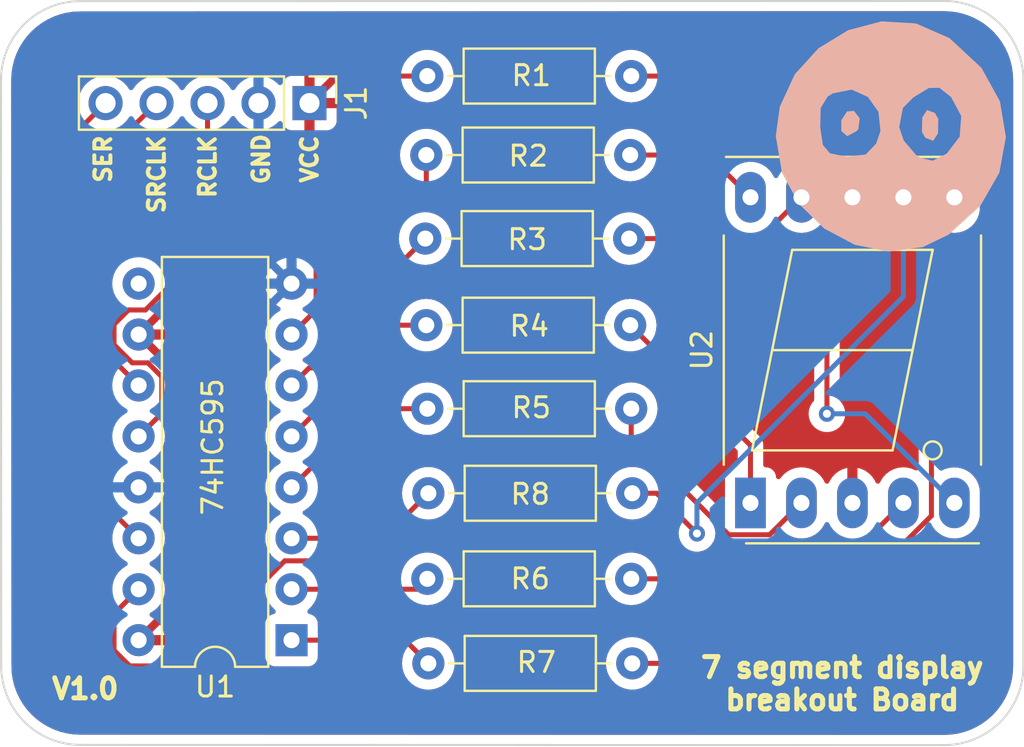
<source format=kicad_pcb>
(kicad_pcb (version 20211014) (generator pcbnew)
  (title_block (title "Seven Segment Display Board") (date "2022-05-25") (rev "V1.0") (company "SMART INDUSTRIES") (comment 1 "CEO"))
  (layers (0 "F.Cu" signal) (31 "B.Cu" signal) (34 "B.Paste" user) (35 "F.Paste" user) (36 "B.SilkS" user "B.Silkscreen") (37 "F.SilkS" user "F.Silkscreen") (38 "B.Mask" user) (39 "F.Mask" user) (44 "Edge.Cuts" user))
  (net 0 "")
  (net 1 "VCC")
  (net 2 "GND")
  (net 3 "/LATCH")
  (net 4 "/CLOCK")
  (net 5 "/DATA")
  (net 6 "/SIG8")
  (net 7 "Net-(R1-Pad2)")
  (net 8 "/SIG7")
  (net 9 "Net-(R2-Pad2)")
  (net 10 "/SIG6")
  (net 11 "Net-(R3-Pad2)")
  (net 12 "/SIG5")
  (net 13 "Net-(R4-Pad2)")
  (net 14 "/SIG4")
  (net 15 "Net-(R5-Pad2)")
  (net 16 "/SIG3")
  (net 17 "Net-(R6-Pad2)")
  (net 18 "/SIG2")
  (net 19 "Net-(R7-Pad2)")
  (net 20 "/SIG1")
  (net 21 "Net-(R8-Pad2)")
  (footprint "Resistor_THT:R_Axial_DIN0207_L6.3mm_D2.5mm_P10.16mm_Horizontal" (layer "F.Cu") (at 141.7828 88.0364)
    (fp_text reference "R3" (at 5.08 0.0508) (layer "F.SilkS"))
    (fp_text value "120R")
    (fp_line (start 1.81 -1.37) (end 1.81 1.37) (layer "F.SilkS") (width 0.12))
    (fp_line (start 1.81 1.37) (end 8.35 1.37) (layer "F.SilkS") (width 0.12))
    (fp_line (start 9.12 0) (end 8.35 0) (layer "F.SilkS") (width 0.12))
    (fp_line (start 8.35 -1.37) (end 1.81 -1.37) (layer "F.SilkS") (width 0.12))
    (fp_line (start 1.04 0) (end 1.81 0) (layer "F.SilkS") (width 0.12))
    (fp_line (start 8.35 1.37) (end 8.35 -1.37) (layer "F.SilkS") (width 0.12))
    (pad "1" thru_hole circle (at 0 0) (size 1.6 1.6) (drill 0.8) (layers *.Cu *.Mask) (net 10 "/SIG6"))
    (pad "2" thru_hole oval (at 10.16 0) (size 1.6 1.6) (drill 0.8) (layers *.Cu *.Mask) (net 11 "Net-(R3-Pad2)"))
  )
  (footprint "Display_7Segment:7SegmentLED_LTS6760_LTS6780" (layer "F.Cu") (at 157.988 101.219 90)
    (fp_text reference "U2" (at 7.62 -2.42 90) (layer "F.SilkS"))
    (fp_text value "KCSA02-123")
    (fp_line (start 7.62 8.08) (end 7.62 1.08) (layer "F.SilkS") (width 0.12))
    (fp_line (start -2.015 -0.22) (end -2.015 11.38) (layer "F.SilkS") (width 0.12))
    (fp_line (start 12.62 2.08) (end 12.62 9.08) (layer "F.SilkS") (width 0.12))
    (fp_line (start 12.62 9.08) (end 7.62 8.08) (layer "F.SilkS") (width 0.12))
    (fp_line (start 17.255 11.38) (end 17.255 -1.22) (layer "F.SilkS") (width 0.12))
    (fp_line (start 12.62 2.08) (end 7.62 1.08) (layer "F.SilkS") (width 0.12))
    (fp_line (start 2.62 7.08) (end 7.62 8.08) (layer "F.SilkS") (width 0.12))
    (fp_line (start 7.62 1.08) (end 2.62 0.08) (layer "F.SilkS") (width 0.12))
    (fp_line (start 2.62 0.08) (end 2.62 7.08) (layer "F.SilkS") (width 0.12))
    (fp_line (start 1.905 11.49) (end 13.335 11.49) (layer "F.SilkS") (width 0.12))
    (fp_line (start 1.905 -1.33) (end 13.335 -1.33) (layer "F.SilkS") (width 0.12))
    (fp_circle (center 2.62 9.08) (end 3.067214 9.08) (layer "F.SilkS") (width 0.12) (fill none))
    (pad "1" thru_hole rect (at 0 0) (size 1.524 2.524) (drill 0.8) (layers *.Cu *.Mask) (net 13 "Net-(R4-Pad2)"))
    (pad "2" thru_hole oval (at 0 2.54) (size 1.524 2.524) (drill 0.8) (layers *.Cu *.Mask) (net 15 "Net-(R5-Pad2)"))
    (pad "3" thru_hole oval (at 0 5.08) (size 1.524 2.524) (drill 0.8) (layers *.Cu *.Mask) (net 1 "VCC"))
    (pad "4" thru_hole oval (at 0 7.62) (size 1.524 2.524) (drill 0.8) (layers *.Cu *.Mask) (net 17 "Net-(R6-Pad2)"))
    (pad "5" thru_hole oval (at 0 10.16) (size 1.524 2.524) (drill 0.8) (layers *.Cu *.Mask) (net 7 "Net-(R1-Pad2)"))
    (pad "6" thru_hole oval (at 15.24 10.16) (size 1.524 2.524) (drill 0.8) (layers *.Cu *.Mask) (net 19 "Net-(R7-Pad2)"))
    (pad "7" thru_hole oval (at 15.24 7.62) (size 1.524 2.524) (drill 0.8) (layers *.Cu *.Mask) (net 21 "Net-(R8-Pad2)"))
    (pad "8" thru_hole oval (at 15.24 5.08) (size 1.524 2.524) (drill 0.8) (layers *.Cu *.Mask) (net 1 "VCC"))
    (pad "9" thru_hole oval (at 15.24 2.54) (size 1.524 2.524) (drill 0.8) (layers *.Cu *.Mask) (net 11 "Net-(R3-Pad2)"))
    (pad "10" thru_hole oval (at 15.24 0) (size 1.524 2.524) (drill 0.8) (layers *.Cu *.Mask) (net 9 "Net-(R2-Pad2)"))
  )
  (footprint "Resistor_THT:R_Axial_DIN0207_L6.3mm_D2.5mm_P10.16mm_Horizontal" (layer "F.Cu") (at 141.8844 79.9338)
    (fp_text reference "R1" (at 5.1816 -0.0254) (layer "F.SilkS"))
    (fp_text value "120R")
    (fp_line (start 8.35 -1.37) (end 1.81 -1.37) (layer "F.SilkS") (width 0.12))
    (fp_line (start 9.12 0) (end 8.35 0) (layer "F.SilkS") (width 0.12))
    (fp_line (start 1.04 0) (end 1.81 0) (layer "F.SilkS") (width 0.12))
    (fp_line (start 1.81 -1.37) (end 1.81 1.37) (layer "F.SilkS") (width 0.12))
    (fp_line (start 1.81 1.37) (end 8.35 1.37) (layer "F.SilkS") (width 0.12))
    (fp_line (start 8.35 1.37) (end 8.35 -1.37) (layer "F.SilkS") (width 0.12))
    (pad "1" thru_hole circle (at 0 0) (size 1.6 1.6) (drill 0.8) (layers *.Cu *.Mask) (net 6 "/SIG8"))
    (pad "2" thru_hole oval (at 10.16 0) (size 1.6 1.6) (drill 0.8) (layers *.Cu *.Mask) (net 7 "Net-(R1-Pad2)"))
  )
  (footprint "Resistor_THT:R_Axial_DIN0207_L6.3mm_D2.5mm_P10.16mm_Horizontal" (layer "F.Cu") (at 141.8844 105.0036)
    (fp_text reference "R6" (at 5.1308 0) (layer "F.SilkS"))
    (fp_text value "120R")
    (fp_line (start 1.04 0) (end 1.81 0) (layer "F.SilkS") (width 0.12))
    (fp_line (start 8.35 1.37) (end 8.35 -1.37) (layer "F.SilkS") (width 0.12))
    (fp_line (start 1.81 -1.37) (end 1.81 1.37) (layer "F.SilkS") (width 0.12))
    (fp_line (start 1.81 1.37) (end 8.35 1.37) (layer "F.SilkS") (width 0.12))
    (fp_line (start 8.35 -1.37) (end 1.81 -1.37) (layer "F.SilkS") (width 0.12))
    (fp_line (start 9.12 0) (end 8.35 0) (layer "F.SilkS") (width 0.12))
    (pad "1" thru_hole circle (at 0 0) (size 1.6 1.6) (drill 0.8) (layers *.Cu *.Mask) (net 16 "/SIG3"))
    (pad "2" thru_hole oval (at 10.16 0) (size 1.6 1.6) (drill 0.8) (layers *.Cu *.Mask) (net 17 "Net-(R6-Pad2)"))
  )
  (footprint "Resistor_THT:R_Axial_DIN0207_L6.3mm_D2.5mm_P10.16mm_Horizontal" (layer "F.Cu") (at 141.8844 96.52)
    (fp_text reference "R5" (at 5.1816 -0.0508) (layer "F.SilkS"))
    (fp_text value "120R")
    (fp_line (start 1.81 1.37) (end 8.35 1.37) (layer "F.SilkS") (width 0.12))
    (fp_line (start 1.04 0) (end 1.81 0) (layer "F.SilkS") (width 0.12))
    (fp_line (start 8.35 1.37) (end 8.35 -1.37) (layer "F.SilkS") (width 0.12))
    (fp_line (start 8.35 -1.37) (end 1.81 -1.37) (layer "F.SilkS") (width 0.12))
    (fp_line (start 9.12 0) (end 8.35 0) (layer "F.SilkS") (width 0.12))
    (fp_line (start 1.81 -1.37) (end 1.81 1.37) (layer "F.SilkS") (width 0.12))
    (pad "1" thru_hole circle (at 0 0) (size 1.6 1.6) (drill 0.8) (layers *.Cu *.Mask) (net 14 "/SIG4"))
    (pad "2" thru_hole oval (at 10.16 0) (size 1.6 1.6) (drill 0.8) (layers *.Cu *.Mask) (net 15 "Net-(R5-Pad2)"))
  )
  (footprint "Resistor_THT:R_Axial_DIN0207_L6.3mm_D2.5mm_P10.16mm_Horizontal" (layer "F.Cu") (at 141.9352 109.22)
    (fp_text reference "R7" (at 5.3848 -0.0508) (layer "F.SilkS"))
    (fp_text value "120R")
    (fp_line (start 9.12 0) (end 8.35 0) (layer "F.SilkS") (width 0.12))
    (fp_line (start 1.81 1.37) (end 8.35 1.37) (layer "F.SilkS") (width 0.12))
    (fp_line (start 1.81 -1.37) (end 1.81 1.37) (layer "F.SilkS") (width 0.12))
    (fp_line (start 8.35 1.37) (end 8.35 -1.37) (layer "F.SilkS") (width 0.12))
    (fp_line (start 1.04 0) (end 1.81 0) (layer "F.SilkS") (width 0.12))
    (fp_line (start 8.35 -1.37) (end 1.81 -1.37) (layer "F.SilkS") (width 0.12))
    (pad "1" thru_hole circle (at 0 0) (size 1.6 1.6) (drill 0.8) (layers *.Cu *.Mask) (net 18 "/SIG2"))
    (pad "2" thru_hole oval (at 10.16 0) (size 1.6 1.6) (drill 0.8) (layers *.Cu *.Mask) (net 19 "Net-(R7-Pad2)"))
  )
  (footprint "Connector_PinHeader_2.54mm:PinHeader_1x05_P2.54mm_Vertical" (layer "F.Cu") (at 136.012 81.28 -90)
    (fp_text reference "J1" (at 0 -2.33 90) (layer "F.SilkS"))
    (fp_text value "Conn_01x05_Male" hide)
    (fp_line (start -1.33 11.49) (end 1.33 11.49) (layer "F.SilkS") (width 0.12))
    (fp_line (start -1.33 0) (end -1.33 -1.33) (layer "F.SilkS") (width 0.12))
    (fp_line (start -1.33 -1.33) (end 0 -1.33) (layer "F.SilkS") (width 0.12))
    (fp_line (start -1.33 1.27) (end 1.33 1.27) (layer "F.SilkS") (width 0.12))
    (fp_line (start 1.33 1.27) (end 1.33 11.49) (layer "F.SilkS") (width 0.12))
    (fp_line (start -1.33 1.27) (end -1.33 11.49) (layer "F.SilkS") (width 0.12))
    (pad "1" thru_hole rect (at 0 0 270) (size 1.7 1.7) (drill 1) (layers *.Cu *.Mask) (net 1 "VCC"))
    (pad "2" thru_hole oval (at 0 2.54 270) (size 1.7 1.7) (drill 1) (layers *.Cu *.Mask) (net 2 "GND"))
    (pad "3" thru_hole oval (at 0 5.08 270) (size 1.7 1.7) (drill 1) (layers *.Cu *.Mask) (net 3 "/LATCH"))
    (pad "4" thru_hole oval (at 0 7.62 270) (size 1.7 1.7) (drill 1) (layers *.Cu *.Mask) (net 4 "/CLOCK"))
    (pad "5" thru_hole oval (at 0 10.16 270) (size 1.7 1.7) (drill 1) (layers *.Cu *.Mask) (net 5 "/DATA"))
  )
  (footprint "Resistor_THT:R_Axial_DIN0207_L6.3mm_D2.5mm_P10.16mm_Horizontal" (layer "F.Cu") (at 141.9352 100.7364)
    (fp_text reference "R8" (at 5.08 0.0508) (layer "F.SilkS"))
    (fp_text value "120R")
    (fp_line (start 8.35 1.37) (end 8.35 -1.37) (layer "F.SilkS") (width 0.12))
    (fp_line (start 9.12 0) (end 8.35 0) (layer "F.SilkS") (width 0.12))
    (fp_line (start 8.35 -1.37) (end 1.81 -1.37) (layer "F.SilkS") (width 0.12))
    (fp_line (start 1.81 1.37) (end 8.35 1.37) (layer "F.SilkS") (width 0.12))
    (fp_line (start 1.81 -1.37) (end 1.81 1.37) (layer "F.SilkS") (width 0.12))
    (fp_line (start 1.04 0) (end 1.81 0) (layer "F.SilkS") (width 0.12))
    (pad "1" thru_hole circle (at 0 0) (size 1.6 1.6) (drill 0.8) (layers *.Cu *.Mask) (net 20 "/SIG1"))
    (pad "2" thru_hole oval (at 10.16 0) (size 1.6 1.6) (drill 0.8) (layers *.Cu *.Mask) (net 21 "Net-(R8-Pad2)"))
  )
  (footprint "Resistor_THT:R_Axial_DIN0207_L6.3mm_D2.5mm_P10.16mm_Horizontal" (layer "F.Cu") (at 141.8336 92.3544)
    (fp_text reference "R4" (at 5.1308 0.0508) (layer "F.SilkS"))
    (fp_text value "120R")
    (fp_line (start 9.12 0) (end 8.35 0) (layer "F.SilkS") (width 0.12))
    (fp_line (start 1.81 -1.37) (end 1.81 1.37) (layer "F.SilkS") (width 0.12))
    (fp_line (start 1.04 0) (end 1.81 0) (layer "F.SilkS") (width 0.12))
    (fp_line (start 1.81 1.37) (end 8.35 1.37) (layer "F.SilkS") (width 0.12))
    (fp_line (start 8.35 -1.37) (end 1.81 -1.37) (layer "F.SilkS") (width 0.12))
    (fp_line (start 8.35 1.37) (end 8.35 -1.37) (layer "F.SilkS") (width 0.12))
    (pad "1" thru_hole circle (at 0 0) (size 1.6 1.6) (drill 0.8) (layers *.Cu *.Mask) (net 12 "/SIG5"))
    (pad "2" thru_hole oval (at 10.16 0) (size 1.6 1.6) (drill 0.8) (layers *.Cu *.Mask) (net 13 "Net-(R4-Pad2)"))
  )
  (footprint "Package_DIP:DIP-16_W7.62mm" (layer "F.Cu") (at 135.118 108.062 180)
    (fp_text reference "U1" (at 3.81 -2.33) (layer "F.SilkS"))
    (fp_text value "74HC595" (at 3.927 9.637 90) (layer "F.SilkS"))
    (fp_line (start 1.16 -1.33) (end 1.16 19.11) (layer "F.SilkS") (width 0.12))
    (fp_line (start 6.46 -1.33) (end 4.81 -1.33) (layer "F.SilkS") (width 0.12))
    (fp_line (start 1.16 19.11) (end 6.46 19.11) (layer "F.SilkS") (width 0.12))
    (fp_line (start 6.46 19.11) (end 6.46 -1.33) (layer "F.SilkS") (width 0.12))
    (fp_line (start 2.81 -1.33) (end 1.16 -1.33) (layer "F.SilkS") (width 0.12))
    (fp_arc (start 4.81 -1.33) (mid 3.81 -0.33) (end 2.81 -1.33) (layer "F.SilkS") (width 0.12))
    (pad "1" thru_hole rect (at 0 0 180) (size 1.6 1.6) (drill 0.8) (layers *.Cu *.Mask) (net 18 "/SIG2"))
    (pad "2" thru_hole oval (at 0 2.54 180) (size 1.6 1.6) (drill 0.8) (layers *.Cu *.Mask) (net 16 "/SIG3"))
    (pad "3" thru_hole oval (at 0 5.08 180) (size 1.6 1.6) (drill 0.8) (layers *.Cu *.Mask) (net 14 "/SIG4"))
    (pad "4" thru_hole oval (at 0 7.62 180) (size 1.6 1.6) (drill 0.8) (layers *.Cu *.Mask) (net 12 "/SIG5"))
    (pad "5" thru_hole oval (at 0 10.16 180) (size 1.6 1.6) (drill 0.8) (layers *.Cu *.Mask) (net 10 "/SIG6"))
    (pad "6" thru_hole oval (at 0 12.7 180) (size 1.6 1.6) (drill 0.8) (layers *.Cu *.Mask) (net 8 "/SIG7"))
    (pad "7" thru_hole oval (at 0 15.24 180) (size 1.6 1.6) (drill 0.8) (layers *.Cu *.Mask) (net 6 "/SIG8"))
    (pad "8" thru_hole oval (at 0 17.78 180) (size 1.6 1.6) (drill 0.8) (layers *.Cu *.Mask) (net 2 "GND"))
    (pad "9" thru_hole oval (at 7.62 17.78 180) (size 1.6 1.6) (drill 0.8) (layers *.Cu *.Mask))
    (pad "10" thru_hole oval (at 7.62 15.24 180) (size 1.6 1.6) (drill 0.8) (layers *.Cu *.Mask) (net 1 "VCC"))
    (pad "11" thru_hole oval (at 7.62 12.7 180) (size 1.6 1.6) (drill 0.8) (layers *.Cu *.Mask) (net 4 "/CLOCK"))
    (pad "12" thru_hole oval (at 7.62 10.16 180) (size 1.6 1.6) (drill 0.8) (layers *.Cu *.Mask) (net 3 "/LATCH"))
    (pad "13" thru_hole oval (at 7.62 7.62 180) (size 1.6 1.6) (drill 0.8) (layers *.Cu *.Mask) (net 2 "GND"))
    (pad "14" thru_hole oval (at 7.62 5.08 180) (size 1.6 1.6) (drill 0.8) (layers *.Cu *.Mask) (net 5 "/DATA"))
    (pad "15" thru_hole oval (at 7.62 2.54 180) (size 1.6 1.6) (drill 0.8) (layers *.Cu *.Mask) (net 20 "/SIG1"))
    (pad "16" thru_hole oval (at 7.62 0 180) (size 1.6 1.6) (drill 0.8) (layers *.Cu *.Mask) (net 1 "VCC"))
  )
  (footprint "Resistor_THT:R_Axial_DIN0207_L6.3mm_D2.5mm_P10.16mm_Horizontal" (layer "F.Cu") (at 141.8336 83.8708)
    (fp_text reference "R2" (at 5.08 0.0508) (layer "F.SilkS"))
    (fp_text value "120R")
    (fp_line (start 9.12 0) (end 8.35 0) (layer "F.SilkS") (width 0.12))
    (fp_line (start 8.35 1.37) (end 8.35 -1.37) (layer "F.SilkS") (width 0.12))
    (fp_line (start 1.04 0) (end 1.81 0) (layer "F.SilkS") (width 0.12))
    (fp_line (start 1.81 -1.37) (end 1.81 1.37) (layer "F.SilkS") (width 0.12))
    (fp_line (start 8.35 -1.37) (end 1.81 -1.37) (layer "F.SilkS") (width 0.12))
    (fp_line (start 1.81 1.37) (end 8.35 1.37) (layer "F.SilkS") (width 0.12))
    (pad "1" thru_hole circle (at 0 0) (size 1.6 1.6) (drill 0.8) (layers *.Cu *.Mask) (net 8 "/SIG7"))
    (pad "2" thru_hole oval (at 10.16 0) (size 1.6 1.6) (drill 0.8) (layers *.Cu *.Mask) (net 9 "Net-(R2-Pad2)"))
  )
  (footprint "Graphics:Emoji" (layer "B.Cu") (at 164.973 82.931 180)
    (fp_text reference "G***" hide)
    (fp_text value "LOGO" hide)
    (fp_poly (pts (xy 2.113007 5.288554) (xy 3.597432 4.384973) (xy 4.777048 3.088124) (xy 5.523943 1.470924) (xy 5.723944 0) (xy 5.413929 -1.820453) (xy 4.569161 -3.378721) (xy 3.317552 -4.601886) (xy 1.787015 -5.417029) (xy 0.105462 -5.751231) (xy -1.599194 -5.531574) (xy -2.88999 -4.910501) (xy -4.466233 -3.482593) (xy -5.417782 -1.821232) (xy -5.744636 -0.041806) (xy -5.569905 1.003694) (xy -3.517744 1.003694) (xy -3.43895 -0.023774) (xy -2.801408 -0.86067) (xy -2.789127 -0.869349) (xy -2.100298 -1.223954) (xy -1.501905 -1.082072) (xy -1.268704 -0.938491) (xy -0.654194 -0.216015) (xy -0.493846 0.255779) (xy 0.508061 0.255779) (xy 0.719443 -0.365127) (xy 1.239477 -0.910038) (xy 2.113752 -1.016806) (xy 2.259684 -1.004697) (xy 3.023387 -0.853062) (xy 3.372751 -0.444655) (xy 3.508229 0.423785) (xy 3.485395 1.407943) (xy 3.141953 1.967515) (xy 2.882173 2.135668) (xy 1.940567 2.320219) (xy 1.134471 1.956788) (xy 0.608698 1.212824) (xy 0.508061 0.255779) (xy -0.493846 0.255779) (xy -0.426759 0.453171) (xy -0.610942 1.406161) (xy -1.132416 1.933014) (xy -1.907309 2.403137) (xy -2.428573 2.414055) (xy -2.990085 1.967181) (xy -3.015292 1.942052) (xy -3.517744 1.003694) (xy -5.569905 1.003694) (xy -5.446799 1.7403) (xy -4.524268 3.4097) (xy -2.977042 4.851008) (xy -2.88999 4.910501) (xy -1.258616 5.624237) (xy 0.451687 5.725947)) (layer "B.SilkS") (width 0) (fill solid))
    (fp_poly (pts (xy -1.574084 0.930141) (xy -1.558853 0.214932) (xy -1.729502 -0.083868) (xy -2.119438 -0.232199) (xy -2.361127 0.143098) (xy -2.376358 0.858307) (xy -2.205709 1.157108) (xy -1.815773 1.305438)) (layer "B.SilkS") (width 0) (fill solid))
    (fp_poly (pts (xy 2.171199 1.236835) (xy 2.460976 0.793519) (xy 2.456781 0.255482) (xy 2.167592 0) (xy 1.683083 0.260045) (xy 1.609859 0.357746) (xy 1.539871 0.888297) (xy 1.823784 1.260521)) (layer "B.SilkS") (width 0) (fill solid))
  )
  (gr_arc (start 167.650121 76.189879) (mid 170.434 77.343) (end 171.587121 80.126879) (layer "Edge.Cuts") (width 0.1))
  (gr_line (start 124.587 113.284) (end 167.650121 113.294121) (layer "Edge.Cuts") (width 0.1))
  (gr_arc (start 120.639879 80.137) (mid 121.793 77.353121) (end 124.576879 76.2) (layer "Edge.Cuts") (width 0.1))
  (gr_line (start 120.639879 80.137) (end 120.65 109.347) (layer "Edge.Cuts") (width 0.1))
  (gr_arc (start 171.587121 109.357121) (mid 170.434 112.141) (end 167.650121 113.294121) (layer "Edge.Cuts") (width 0.1))
  (gr_line (start 167.650121 76.189879) (end 124.576879 76.2) (layer "Edge.Cuts") (width 0.1))
  (gr_arc (start 124.587 113.284) (mid 121.803127 112.130873) (end 120.65 109.347) (layer "Edge.Cuts") (width 0.1))
  (gr_line (start 171.587121 109.357121) (end 171.587121 80.126879) (layer "Edge.Cuts") (width 0.1))
  (gr_text "V1.0" (at 124.841 110.49) (layer "F.SilkS") (effects (font (size 1 1) (thickness 0.25))))
  (gr_text "SRCLK" (at 128.397 84.836 90) (layer "F.SilkS") (effects (font (size 0.8 0.8) (thickness 0.2))))
  (gr_text "SER" (at 125.73 84.074 90) (layer "F.SilkS") (effects (font (size 0.8 0.8) (thickness 0.2))))
  (gr_text "GND" (at 133.604 84.074 90) (layer "F.SilkS") (effects (font (size 0.8 0.8) (thickness 0.2))))
  (gr_text "7 segment display\nbreakout Board" (at 162.56 110.236) (layer "F.SilkS") (effects (font (size 1 1) (thickness 0.25))))
  (gr_text "VCC" (at 136.017 84.074 90) (layer "F.SilkS") (effects (font (size 0.8 0.8) (thickness 0.2))))
  (gr_text "RCLK" (at 130.937 84.455 90) (layer "F.SilkS") (effects (font (size 0.8 0.8) (thickness 0.2))))
  (segment (start 157.861 77.47) (end 163.068 82.677) (width 0.4) (layer "F.Cu") (net 1))
  (segment (start 129.27552 94.59952) (end 129.27552 106.28448) (width 0.4) (layer "F.Cu") (net 1))
  (segment (start 129.27552 106.28448) (end 127.498 108.062) (width 0.4) (layer "F.Cu") (net 1))
  (segment (start 139.822 77.47) (end 157.861 77.47) (width 0.4) (layer "F.Cu") (net 1))
  (segment (start 136.012 81.28) (end 139.822 77.47) (width 0.4) (layer "F.Cu") (net 1))
  (segment (start 127.498 92.822) (end 129.27552 94.59952) (width 0.4) (layer "F.Cu") (net 1))
  (segment (start 136.012 84.308) (end 127.498 92.822) (width 0.4) (layer "F.Cu") (net 1))
  (segment (start 163.068 85.979) (end 163.068 101.219) (width 0.4) (layer "F.Cu") (net 1))
  (segment (start 163.068 82.677) (end 163.068 85.979) (width 0.4) (layer "F.Cu") (net 1))
  (segment (start 136.012 81.28) (end 136.012 84.308) (width 0.4) (layer "F.Cu") (net 1))
  (segment (start 135.118 90.282) (end 131.445 93.955) (width 0.4) (layer "B.Cu") (net 2))
  (segment (start 133.472 81.28) (end 133.472 88.636) (width 0.4) (layer "B.Cu") (net 2))
  (segment (start 131.445 99.187) (end 130.19 100.442) (width 0.4) (layer "B.Cu") (net 2))
  (segment (start 133.472 88.636) (end 135.118 90.282) (width 0.4) (layer "B.Cu") (net 2))
  (segment (start 130.19 100.442) (end 127.498 100.442) (width 0.4) (layer "B.Cu") (net 2))
  (segment (start 131.445 93.955) (end 131.445 99.187) (width 0.4) (layer "B.Cu") (net 2))
  (segment (start 127.9603 94.234) (end 128.651 94.9247) (width 0.25) (layer "F.Cu") (net 3))
  (segment (start 126.99079 91.597489) (end 126.273489 92.31479) (width 0.25) (layer "F.Cu") (net 3))
  (segment (start 130.932 81.28) (end 130.932 88.504796) (width 0.25) (layer "F.Cu") (net 3))
  (segment (start 127.839307 91.597489) (end 126.99079 91.597489) (width 0.25) (layer "F.Cu") (net 3))
  (segment (start 128.651 94.9247) (end 128.651 96.749) (width 0.25) (layer "F.Cu") (net 3))
  (segment (start 126.273489 93.32921) (end 127.178279 94.234) (width 0.25) (layer "F.Cu") (net 3))
  (segment (start 126.273489 92.31479) (end 126.273489 93.32921) (width 0.25) (layer "F.Cu") (net 3))
  (segment (start 127.178279 94.234) (end 127.9603 94.234) (width 0.25) (layer "F.Cu") (net 3))
  (segment (start 130.932 88.504796) (end 127.839307 91.597489) (width 0.25) (layer "F.Cu") (net 3))
  (segment (start 128.651 96.749) (end 127.498 97.902) (width 0.25) (layer "F.Cu") (net 3))
  (segment (start 128.392 81.28) (end 124.46 85.212) (width 0.25) (layer "F.Cu") (net 4))
  (segment (start 124.46 85.212) (end 124.46 92.324) (width 0.25) (layer "F.Cu") (net 4))
  (segment (start 124.46 92.324) (end 127.498 95.362) (width 0.25) (layer "F.Cu") (net 4))
  (segment (start 124.01048 99.49448) (end 127.498 102.982) (width 0.25) (layer "F.Cu") (net 5))
  (segment (start 125.852 81.28) (end 124.01048 83.12152) (width 0.25) (layer "F.Cu") (net 5))
  (segment (start 124.01048 83.12152) (end 124.01048 99.49448) (width 0.25) (layer "F.Cu") (net 5))
  (segment (start 139.573 80.518) (end 140.1572 79.9338) (width 0.25) (layer "F.Cu") (net 6))
  (segment (start 136.342511 88.447489) (end 139.573 85.217) (width 0.25) (layer "F.Cu") (net 6))
  (segment (start 139.573 85.217) (end 139.573 80.518) (width 0.25) (layer "F.Cu") (net 6))
  (segment (start 136.342511 91.597489) (end 136.342511 88.447489) (width 0.25) (layer "F.Cu") (net 6))
  (segment (start 135.118 92.822) (end 136.342511 91.597489) (width 0.25) (layer "F.Cu") (net 6))
  (segment (start 140.1572 79.9338) (end 141.8844 79.9338) (width 0.25) (layer "F.Cu") (net 6))
  (segment (start 152.0444 79.9338) (end 156.827752 79.9338) (width 0.25) (layer "F.Cu") (net 7))
  (segment (start 156.827752 79.9338) (end 161.798 84.904048) (width 0.25) (layer "F.Cu") (net 7))
  (segment (start 161.798 84.904048) (end 161.798 96.774) (width 0.25) (layer "F.Cu") (net 7))
  (via (at 161.798 96.774) (size 0.8) (drill 0.4) (layers "F.Cu" "B.Cu") (net 7))
  (segment (start 161.798 96.774) (end 163.703 96.774) (width 0.25) (layer "B.Cu") (net 7))
  (segment (start 163.703 96.774) (end 168.148 101.219) (width 0.25) (layer "B.Cu") (net 7))
  (segment (start 141.8336 85.8774) (end 141.8336 83.8708) (width 0.25) (layer "F.Cu") (net 8))
  (segment (start 135.118 95.362) (end 135.992 94.488) (width 0.25) (layer "F.Cu") (net 8))
  (segment (start 135.992 94.488) (end 136.652 94.488) (width 0.25) (layer "F.Cu") (net 8))
  (segment (start 137.033 94.107) (end 137.033 90.678) (width 0.25) (layer "F.Cu") (net 8))
  (segment (start 137.033 90.678) (end 141.8336 85.8774) (width 0.25) (layer "F.Cu") (net 8))
  (segment (start 136.652 94.488) (end 137.033 94.107) (width 0.25) (layer "F.Cu") (net 8))
  (segment (start 151.9936 83.8708) (end 155.8798 83.8708) (width 0.25) (layer "F.Cu") (net 9))
  (segment (start 155.8798 83.8708) (end 157.988 85.979) (width 0.25) (layer "F.Cu") (net 9))
  (segment (start 137.668 96.393) (end 137.668 92.1512) (width 0.25) (layer "F.Cu") (net 10))
  (segment (start 137.287 96.774) (end 137.668 96.393) (width 0.25) (layer "F.Cu") (net 10))
  (segment (start 135.118 97.902) (end 136.246 96.774) (width 0.25) (layer "F.Cu") (net 10))
  (segment (start 136.246 96.774) (end 137.287 96.774) (width 0.25) (layer "F.Cu") (net 10))
  (segment (start 137.668 92.1512) (end 141.7828 88.0364) (width 0.25) (layer "F.Cu") (net 10))
  (segment (start 158.4706 88.0364) (end 160.528 85.979) (width 0.25) (layer "F.Cu") (net 11))
  (segment (start 151.9428 88.0364) (end 158.4706 88.0364) (width 0.25) (layer "F.Cu") (net 11))
  (segment (start 135.118 100.442) (end 138.303 97.257) (width 0.25) (layer "F.Cu") (net 12))
  (segment (start 138.303 97.257) (end 138.303 94.361) (width 0.25) (layer "F.Cu") (net 12))
  (segment (start 140.3096 92.3544) (end 141.8336 92.3544) (width 0.25) (layer "F.Cu") (net 12))
  (segment (start 138.303 94.361) (end 140.3096 92.3544) (width 0.25) (layer "F.Cu") (net 12))
  (segment (start 157.988 98.3488) (end 157.988 101.219) (width 0.25) (layer "F.Cu") (net 13))
  (segment (start 151.9936 92.3544) (end 157.988 98.3488) (width 0.25) (layer "F.Cu") (net 13))
  (segment (start 138.684 97.79) (end 139.954 96.52) (width 0.25) (layer "F.Cu") (net 14))
  (segment (start 135.118 102.982) (end 136.921 102.982) (width 0.25) (layer "F.Cu") (net 14))
  (segment (start 138.684 101.219) (end 138.684 97.79) (width 0.25) (layer "F.Cu") (net 14))
  (segment (start 139.954 96.52) (end 141.8844 96.52) (width 0.25) (layer "F.Cu") (net 14))
  (segment (start 136.921 102.982) (end 138.684 101.219) (width 0.25) (layer "F.Cu") (net 14))
  (segment (start 152.0444 96.52) (end 152.0444 97.948422) (width 0.25) (layer "F.Cu") (net 15))
  (segment (start 158.941489 102.805511) (end 160.528 101.219) (width 0.25) (layer "F.Cu") (net 15))
  (segment (start 152.0444 97.948422) (end 156.901489 102.805511) (width 0.25) (layer "F.Cu") (net 15))
  (segment (start 156.901489 102.805511) (end 158.941489 102.805511) (width 0.25) (layer "F.Cu") (net 15))
  (segment (start 141.366 105.522) (end 141.8844 105.0036) (width 0.25) (layer "F.Cu") (net 16))
  (segment (start 135.118 105.522) (end 141.366 105.522) (width 0.25) (layer "F.Cu") (net 16))
  (segment (start 161.8234 105.0036) (end 165.608 101.219) (width 0.25) (layer "F.Cu") (net 17))
  (segment (start 152.0444 105.0036) (end 161.8234 105.0036) (width 0.25) (layer "F.Cu") (net 17))
  (segment (start 135.118 108.062) (end 140.7772 108.062) (width 0.25) (layer "F.Cu") (net 18))
  (segment (start 140.7772 108.062) (end 141.9352 109.22) (width 0.25) (layer "F.Cu") (net 18))
  (segment (start 152.0952 109.22) (end 159.643571 109.22) (width 0.25) (layer "F.Cu") (net 19))
  (segment (start 167.005 101.858571) (end 167.005 87.122) (width 0.25) (layer "F.Cu") (net 19))
  (segment (start 167.005 87.122) (end 168.148 85.979) (width 0.25) (layer "F.Cu") (net 19))
  (segment (start 159.643571 109.22) (end 167.005 101.858571) (width 0.25) (layer "F.Cu") (net 19))
  (segment (start 138.565089 104.106511) (end 141.9352 100.7364) (width 0.25) (layer "F.Cu") (net 20))
  (segment (start 127.498 105.522) (end 126.273489 106.746511) (width 0.25) (layer "F.Cu") (net 20))
  (segment (start 126.273489 108.56921) (end 127.051279 109.347) (width 0.25) (layer "F.Cu") (net 20))
  (segment (start 129.54 109.347) (end 134.780489 104.106511) (width 0.25) (layer "F.Cu") (net 20))
  (segment (start 134.780489 104.106511) (end 138.565089 104.106511) (width 0.25) (layer "F.Cu") (net 20))
  (segment (start 127.051279 109.347) (end 129.54 109.347) (width 0.25) (layer "F.Cu") (net 20))
  (segment (start 126.273489 106.746511) (end 126.273489 108.56921) (width 0.25) (layer "F.Cu") (net 20))
  (segment (start 153.3144 100.7364) (end 155.321 102.743) (width 0.25) (layer "F.Cu") (net 21))
  (segment (start 152.0952 100.7364) (end 153.3144 100.7364) (width 0.25) (layer "F.Cu") (net 21))
  (via (at 155.321 102.743) (size 0.8) (drill 0.4) (layers "F.Cu" "B.Cu") (net 21))
  (segment (start 155.321 101.212978) (end 165.608 90.925978) (width 0.25) (layer "B.Cu") (net 21))
  (segment (start 155.321 102.743) (end 155.321 101.212978) (width 0.25) (layer "B.Cu") (net 21))
  (segment (start 165.608 90.925978) (end 165.608 85.979) (width 0.25) (layer "B.Cu") (net 21))
  (zone (net 1) (net_name "VCC") (layer "F.Cu") (connect_pads (clearance 0.508)) (min_thickness 0.254) (fill yes (thermal_gap 0.508) (thermal_bridge_width 0.508))
    (polygon (pts (xy 171.577 113.411) (xy 120.65 113.411) (xy 120.65 76.2) (xy 171.45 76.2)))
  )
  (zone (net 2) (net_name "GND") (layer "B.Cu") (connect_pads (clearance 0.508)) (min_thickness 0.254) (fill yes (thermal_gap 0.508) (thermal_bridge_width 0.508))
    (polygon (pts (xy 171.577 113.411) (xy 120.65 113.411) (xy 120.65 76.2) (xy 171.45 76.2)))
  )
)
</source>
